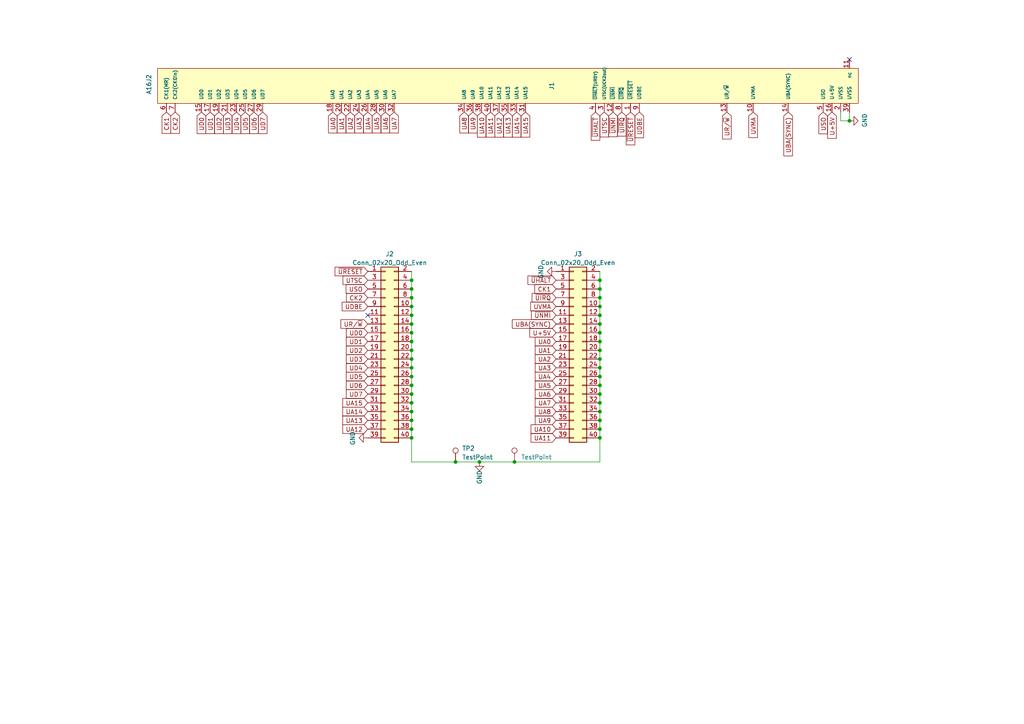
<source format=kicad_sch>
(kicad_sch (version 20231120) (generator "eeschema") (generator_version "8.0")
  (paper "A4")
  (lib_symbols
    (symbol "Connector:TestPoint" (pin_numbers hide) (pin_names (offset 0.762) hide)
      (property "Reference" "TP" (at 0 6.858 0))
      (property "Value" "TestPoint" (at 0 5.08 0))
      (symbol "TestPoint_0_1"
        (circle (center 0 3.302) (radius 0.762))
      )
      (symbol "TestPoint_1_1"
        (pin passive line (at 0 0 90) (length 2.54) (name "1") (number "1"))
      )
    )
    (symbol "Connector_Generic:Conn_02x20_Odd_Even" (pin_names (offset 1.016) hide)
      (property "Reference" "J" (at 1.27 25.4 0))
      (property "Value" "Conn_02x20_Odd_Even" (at 1.27 -27.94 0))
      (symbol "Conn_02x20_Odd_Even_1_1"
        (rectangle (start -1.27 -25.273) (end 0 -25.527) (stroke (width 0.1524)))
        (rectangle (start -1.27 -22.733) (end 0 -22.987) (stroke (width 0.1524)))
        (rectangle (start -1.27 -20.193) (end 0 -20.447) (stroke (width 0.1524)))
        (rectangle (start -1.27 -17.653) (end 0 -17.907) (stroke (width 0.1524)))
        (rectangle (start -1.27 -15.113) (end 0 -15.367) (stroke (width 0.1524)))
        (rectangle (start -1.27 -12.573) (end 0 -12.827) (stroke (width 0.1524)))
        (rectangle (start -1.27 -10.033) (end 0 -10.287) (stroke (width 0.1524)))
        (rectangle (start -1.27 -7.493) (end 0 -7.747) (stroke (width 0.1524)))
        (rectangle (start -1.27 -4.953) (end 0 -5.207) (stroke (width 0.1524)))
        (rectangle (start -1.27 -2.413) (end 0 -2.667) (stroke (width 0.1524)))
        (rectangle (start -1.27 0.127) (end 0 -0.127) (stroke (width 0.1524)))
        (rectangle (start -1.27 2.667) (end 0 2.413) (stroke (width 0.1524)))
        (rectangle (start -1.27 5.207) (end 0 4.953) (stroke (width 0.1524)))
        (rectangle (start -1.27 7.747) (end 0 7.493) (stroke (width 0.1524)))
        (rectangle (start -1.27 10.287) (end 0 10.033) (stroke (width 0.1524)))
        (rectangle (start -1.27 12.827) (end 0 12.573) (stroke (width 0.1524)))
        (rectangle (start -1.27 15.367) (end 0 15.113) (stroke (width 0.1524)))
        (rectangle (start -1.27 17.907) (end 0 17.653) (stroke (width 0.1524)))
        (rectangle (start -1.27 20.447) (end 0 20.193) (stroke (width 0.1524)))
        (rectangle (start -1.27 22.987) (end 0 22.733) (stroke (width 0.1524)))
        (rectangle (start -1.27 24.13) (end 3.81 -26.67) (stroke (width 0.254)) (fill (type background)))
        (rectangle (start 3.81 -25.273) (end 2.54 -25.527) (stroke (width 0.1524)))
        (rectangle (start 3.81 -22.733) (end 2.54 -22.987) (stroke (width 0.1524)))
        (rectangle (start 3.81 -20.193) (end 2.54 -20.447) (stroke (width 0.1524)))
        (rectangle (start 3.81 -17.653) (end 2.54 -17.907) (stroke (width 0.1524)))
        (rectangle (start 3.81 -15.113) (end 2.54 -15.367) (stroke (width 0.1524)))
        (rectangle (start 3.81 -12.573) (end 2.54 -12.827) (stroke (width 0.1524)))
        (rectangle (start 3.81 -10.033) (end 2.54 -10.287) (stroke (width 0.1524)))
        (rectangle (start 3.81 -7.493) (end 2.54 -7.747) (stroke (width 0.1524)))
        (rectangle (start 3.81 -4.953) (end 2.54 -5.207) (stroke (width 0.1524)))
        (rectangle (start 3.81 -2.413) (end 2.54 -2.667) (stroke (width 0.1524)))
        (rectangle (start 3.81 0.127) (end 2.54 -0.127) (stroke (width 0.1524)))
        (rectangle (start 3.81 2.667) (end 2.54 2.413) (stroke (width 0.1524)))
        (rectangle (start 3.81 5.207) (end 2.54 4.953) (stroke (width 0.1524)))
        (rectangle (start 3.81 7.747) (end 2.54 7.493) (stroke (width 0.1524)))
        (rectangle (start 3.81 10.287) (end 2.54 10.033) (stroke (width 0.1524)))
        (rectangle (start 3.81 12.827) (end 2.54 12.573) (stroke (width 0.1524)))
        (rectangle (start 3.81 15.367) (end 2.54 15.113) (stroke (width 0.1524)))
        (rectangle (start 3.81 17.907) (end 2.54 17.653) (stroke (width 0.1524)))
        (rectangle (start 3.81 20.447) (end 2.54 20.193) (stroke (width 0.1524)))
        (rectangle (start 3.81 22.987) (end 2.54 22.733) (stroke (width 0.1524)))
        (pin passive line (at -5.08 22.86 0) (length 3.81) (name "Pin_1") (number "1"))
        (pin passive line (at 7.62 12.7 180) (length 3.81) (name "Pin_10") (number "10"))
        (pin passive line (at -5.08 10.16 0) (length 3.81) (name "Pin_11") (number "11"))
        (pin passive line (at 7.62 10.16 180) (length 3.81) (name "Pin_12") (number "12"))
        (pin passive line (at -5.08 7.62 0) (length 3.81) (name "Pin_13") (number "13"))
        (pin passive line (at 7.62 7.62 180) (length 3.81) (name "Pin_14") (number "14"))
        (pin passive line (at -5.08 5.08 0) (length 3.81) (name "Pin_15") (number "15"))
        (pin passive line (at 7.62 5.08 180) (length 3.81) (name "Pin_16") (number "16"))
        (pin passive line (at -5.08 2.54 0) (length 3.81) (name "Pin_17") (number "17"))
        (pin passive line (at 7.62 2.54 180) (length 3.81) (name "Pin_18") (number "18"))
        (pin passive line (at -5.08 0 0) (length 3.81) (name "Pin_19") (number "19"))
        (pin passive line (at 7.62 22.86 180) (length 3.81) (name "Pin_2") (number "2"))
        (pin passive line (at 7.62 0 180) (length 3.81) (name "Pin_20") (number "20"))
        (pin passive line (at -5.08 -2.54 0) (length 3.81) (name "Pin_21") (number "21"))
        (pin passive line (at 7.62 -2.54 180) (length 3.81) (name "Pin_22") (number "22"))
        (pin passive line (at -5.08 -5.08 0) (length 3.81) (name "Pin_23") (number "23"))
        (pin passive line (at 7.62 -5.08 180) (length 3.81) (name "Pin_24") (number "24"))
        (pin passive line (at -5.08 -7.62 0) (length 3.81) (name "Pin_25") (number "25"))
        (pin passive line (at 7.62 -7.62 180) (length 3.81) (name "Pin_26") (number "26"))
        (pin passive line (at -5.08 -10.16 0) (length 3.81) (name "Pin_27") (number "27"))
        (pin passive line (at 7.62 -10.16 180) (length 3.81) (name "Pin_28") (number "28"))
        (pin passive line (at -5.08 -12.7 0) (length 3.81) (name "Pin_29") (number "29"))
        (pin passive line (at -5.08 20.32 0) (length 3.81) (name "Pin_3") (number "3"))
        (pin passive line (at 7.62 -12.7 180) (length 3.81) (name "Pin_30") (number "30"))
        (pin passive line (at -5.08 -15.24 0) (length 3.81) (name "Pin_31") (number "31"))
        (pin passive line (at 7.62 -15.24 180) (length 3.81) (name "Pin_32") (number "32"))
        (pin passive line (at -5.08 -17.78 0) (length 3.81) (name "Pin_33") (number "33"))
        (pin passive line (at 7.62 -17.78 180) (length 3.81) (name "Pin_34") (number "34"))
        (pin passive line (at -5.08 -20.32 0) (length 3.81) (name "Pin_35") (number "35"))
        (pin passive line (at 7.62 -20.32 180) (length 3.81) (name "Pin_36") (number "36"))
        (pin passive line (at -5.08 -22.86 0) (length 3.81) (name "Pin_37") (number "37"))
        (pin passive line (at 7.62 -22.86 180) (length 3.81) (name "Pin_38") (number "38"))
        (pin passive line (at -5.08 -25.4 0) (length 3.81) (name "Pin_39") (number "39"))
        (pin passive line (at 7.62 20.32 180) (length 3.81) (name "Pin_4") (number "4"))
        (pin passive line (at 7.62 -25.4 180) (length 3.81) (name "Pin_40") (number "40"))
        (pin passive line (at -5.08 17.78 0) (length 3.81) (name "Pin_5") (number "5"))
        (pin passive line (at 7.62 17.78 180) (length 3.81) (name "Pin_6") (number "6"))
        (pin passive line (at -5.08 15.24 0) (length 3.81) (name "Pin_7") (number "7"))
        (pin passive line (at 7.62 15.24 180) (length 3.81) (name "Pin_8") (number "8"))
        (pin passive line (at -5.08 12.7 0) (length 3.81) (name "Pin_9") (number "9"))
      )
    )
    (symbol "InterfacePCB-rescue:A16J2-Fluke_6502POD" (pin_names (offset 1.016))
      (property "Reference" "J" (at 1.27 0 0))
      (property "Value" "A16J2-Fluke_6502POD" (at 0 88.9 0))
      (symbol "A16J2-Fluke_6502POD_0_1"
        (rectangle (start -5.08 86.36) (end 5.08 -116.84) (fill (type background)))
      )
      (symbol "A16J2-Fluke_6502POD_1_1"
        (pin bidirectional line (at -7.62 -50.8 0) (length 2.54) (name "~{URESET}") (number "1"))
        (pin bidirectional line (at -7.62 -86.36 0) (length 2.54) (name "UVMA") (number "10"))
        (pin bidirectional line (at 7.62 -114.3 180) (length 2.54) (name "nc") (number "11"))
        (pin bidirectional line (at -7.62 -45.72 0) (length 2.54) (name "~{UNMI}") (number "12"))
        (pin bidirectional line (at -7.62 -78.74 0) (length 2.54) (name "UR/~{W}") (number "13"))
        (pin bidirectional line (at -7.62 -96.52 0) (length 2.54) (name "UBA(SYNC)") (number "14"))
        (pin bidirectional line (at -7.62 73.66 0) (length 2.54) (name "UD0") (number "15"))
        (pin bidirectional line (at -7.62 -109.22 0) (length 2.54) (name "U+5V") (number "16"))
        (pin bidirectional line (at -7.62 71.12 0) (length 2.54) (name "UD1") (number "17"))
        (pin bidirectional line (at -7.62 35.56 0) (length 2.54) (name "UA0") (number "18"))
        (pin bidirectional line (at -7.62 68.58 0) (length 2.54) (name "UD2") (number "19"))
        (pin bidirectional line (at -7.62 -111.76 0) (length 2.54) (name "UVSS") (number "2"))
        (pin bidirectional line (at -7.62 33.02 0) (length 2.54) (name "UA1") (number "20"))
        (pin bidirectional line (at -7.62 66.04 0) (length 2.54) (name "UD3") (number "21"))
        (pin bidirectional line (at -7.62 30.48 0) (length 2.54) (name "UA2") (number "22"))
        (pin bidirectional line (at -7.62 63.5 0) (length 2.54) (name "UD4") (number "23"))
        (pin bidirectional line (at -7.62 27.94 0) (length 2.54) (name "UA3") (number "24"))
        (pin bidirectional line (at -7.62 60.96 0) (length 2.54) (name "UD5") (number "25"))
        (pin bidirectional line (at -7.62 25.4 0) (length 2.54) (name "UA4") (number "26"))
        (pin bidirectional line (at -7.62 58.42 0) (length 2.54) (name "UD6") (number "27"))
        (pin bidirectional line (at -7.62 22.86 0) (length 2.54) (name "UA5") (number "28"))
        (pin bidirectional line (at -7.62 55.88 0) (length 2.54) (name "UD7") (number "29"))
        (pin bidirectional line (at -7.62 -43.18 0) (length 2.54) (name "UTSC(UCK2out)") (number "3"))
        (pin bidirectional line (at -7.62 20.32 0) (length 2.54) (name "UA6") (number "30"))
        (pin bidirectional line (at -7.62 -20.32 0) (length 2.54) (name "UA15") (number "31"))
        (pin bidirectional line (at -7.62 17.78 0) (length 2.54) (name "UA7") (number "32"))
        (pin bidirectional line (at -7.62 -17.78 0) (length 2.54) (name "UA14") (number "33"))
        (pin bidirectional line (at -7.62 -2.54 0) (length 2.54) (name "UA8") (number "34"))
        (pin bidirectional line (at -7.62 -15.24 0) (length 2.54) (name "UA13") (number "35"))
        (pin bidirectional line (at -7.62 -5.08 0) (length 2.54) (name "UA9") (number "36"))
        (pin bidirectional line (at -7.62 -12.7 0) (length 2.54) (name "UA12") (number "37"))
        (pin bidirectional line (at -7.62 -7.62 0) (length 2.54) (name "UA10") (number "38"))
        (pin bidirectional line (at -7.62 -114.3 0) (length 2.54) (name "UVSS") (number "39"))
        (pin bidirectional line (at -7.62 -40.64 0) (length 2.54) (name "~{UHALT}(URDY)") (number "4"))
        (pin bidirectional line (at -7.62 -10.16 0) (length 2.54) (name "UA11") (number "40"))
        (pin bidirectional line (at -7.62 -106.68 0) (length 2.54) (name "USO") (number "5"))
        (pin bidirectional line (at -7.62 83.82 0) (length 2.54) (name "CK1(MR)") (number "6"))
        (pin bidirectional line (at -7.62 81.28 0) (length 2.54) (name "CK2(CK0in)") (number "7"))
        (pin bidirectional line (at -7.62 -48.26 0) (length 2.54) (name "~{UIRQ}") (number "8"))
        (pin bidirectional line (at -7.62 -53.34 0) (length 2.54) (name "UDBE") (number "9"))
      )
    )
    (symbol "InterfacePCB-rescue:GND-power" (power) (pin_names (offset 0))
      (property "Value" "power_GND" (at 0 -3.81 0))
      (symbol "GND-power_0_1"
        (polyline (pts (xy 0 0) (xy 0 -1.27) (xy 1.27 -1.27) (xy 0 -2.54) (xy -1.27 -1.27) (xy 0 -1.27)))
      )
      (symbol "GND-power_1_1"
        (pin power_in line (at 0 0 270) (length 0) hide (name "GND") (number "1"))
      )
    )
    (symbol "power:GND" (power) (pin_names (offset 0))
      (property "Value" "GND" (at 0 -3.81 0))
      (symbol "GND_0_1"
        (polyline (pts (xy 0 0) (xy 0 -1.27) (xy 1.27 -1.27) (xy 0 -2.54) (xy -1.27 -1.27) (xy 0 -1.27)))
      )
      (symbol "GND_1_1"
        (pin power_in line (at 0 0 270) (length 0) hide (name "GND") (number "1"))
      )
    )
  )
  (junction (at 173.99 121.92))
  (junction (at 173.99 106.68))
  (junction (at 119.38 127))
  (junction (at 173.99 111.76))
  (junction (at 139.065 133.985))
  (junction (at 173.99 93.98))
  (junction (at 173.99 119.38))
  (junction (at 173.99 127))
  (junction (at 173.99 81.28))
  (junction (at 119.38 106.68))
  (junction (at 173.99 88.9))
  (junction (at 119.38 104.14))
  (junction (at 246.38 35.052))
  (junction (at 173.99 101.6))
  (junction (at 119.38 96.52))
  (junction (at 173.99 124.46))
  (junction (at 119.38 116.84))
  (junction (at 149.225 133.985))
  (junction (at 173.99 99.06))
  (junction (at 173.99 116.84))
  (junction (at 119.38 111.76))
  (junction (at 173.99 109.22))
  (junction (at 119.38 93.98))
  (junction (at 173.99 114.3))
  (junction (at 119.38 81.28))
  (junction (at 173.99 86.36))
  (junction (at 119.38 109.22))
  (junction (at 132.127 133.985))
  (junction (at 119.38 88.9))
  (junction (at 173.99 91.44))
  (junction (at 173.99 104.14))
  (junction (at 119.38 99.06))
  (junction (at 119.38 119.38))
  (junction (at 119.38 86.36))
  (junction (at 173.99 96.52))
  (junction (at 119.38 91.44))
  (junction (at 173.99 83.82))
  (junction (at 119.38 101.6))
  (junction (at 119.38 124.46))
  (junction (at 119.38 114.3))
  (junction (at 119.38 121.92))
  (junction (at 119.38 83.82))
  (no_connect (at 246.38 17.272))
  (no_connect (at 106.68 91.44))
  (wire (pts (xy 173.99 111.76) (xy 173.99 109.22)))
  (wire (pts (xy 173.99 83.82) (xy 173.99 81.28)))
  (wire (pts (xy 119.38 114.3) (xy 119.38 116.84)))
  (wire (pts (xy 173.99 104.14) (xy 173.99 101.6)))
  (wire (pts (xy 173.99 99.06) (xy 173.99 96.52)))
  (wire (pts (xy 119.38 86.36) (xy 119.38 88.9)))
  (wire (pts (xy 119.38 91.44) (xy 119.38 93.98)))
  (wire (pts (xy 119.38 116.84) (xy 119.38 119.38)))
  (wire (pts (xy 173.99 114.3) (xy 173.99 111.76)))
  (wire (pts (xy 173.99 121.92) (xy 173.99 119.38)))
  (wire (pts (xy 243.84 32.512) (xy 243.84 35.052)))
  (wire (pts (xy 173.99 101.6) (xy 173.99 99.06)))
  (wire (pts (xy 173.99 88.9) (xy 173.99 86.36)))
  (wire (pts (xy 119.38 88.9) (xy 119.38 91.44)))
  (wire (pts (xy 173.99 91.44) (xy 173.99 88.9)))
  (wire (pts (xy 119.38 127) (xy 119.38 133.985)))
  (wire (pts (xy 173.99 96.52) (xy 173.99 93.98)))
  (wire (pts (xy 243.84 35.052) (xy 246.38 35.052)))
  (wire (pts (xy 173.99 133.985) (xy 173.99 127)))
  (wire (pts (xy 173.99 119.38) (xy 173.99 116.84)))
  (wire (pts (xy 173.99 109.22) (xy 173.99 106.68)))
  (wire (pts (xy 119.38 96.52) (xy 119.38 99.06)))
  (wire (pts (xy 119.38 109.22) (xy 119.38 111.76)))
  (wire (pts (xy 119.38 81.28) (xy 119.38 83.82)))
  (wire (pts (xy 173.99 106.68) (xy 173.99 104.14)))
  (wire (pts (xy 119.38 104.14) (xy 119.38 106.68)))
  (wire (pts (xy 119.38 99.06) (xy 119.38 101.6)))
  (wire (pts (xy 149.225 133.985) (xy 173.99 133.985)))
  (wire (pts (xy 119.38 106.68) (xy 119.38 109.22)))
  (wire (pts (xy 119.38 119.38) (xy 119.38 121.92)))
  (wire (pts (xy 119.38 83.82) (xy 119.38 86.36)))
  (wire (pts (xy 119.38 93.98) (xy 119.38 96.52)))
  (wire (pts (xy 139.065 133.985) (xy 149.225 133.985)))
  (wire (pts (xy 119.38 133.985) (xy 132.127 133.985)))
  (wire (pts (xy 173.99 86.36) (xy 173.99 83.82)))
  (wire (pts (xy 119.38 124.46) (xy 119.38 127)))
  (wire (pts (xy 173.99 93.98) (xy 173.99 91.44)))
  (wire (pts (xy 119.38 78.74) (xy 119.38 81.28)))
  (wire (pts (xy 119.38 101.6) (xy 119.38 104.14)))
  (wire (pts (xy 173.99 81.28) (xy 173.99 78.74)))
  (wire (pts (xy 173.99 124.46) (xy 173.99 121.92)))
  (wire (pts (xy 132.127 133.985) (xy 139.065 133.985)))
  (wire (pts (xy 119.38 111.76) (xy 119.38 114.3)))
  (wire (pts (xy 246.38 35.052) (xy 246.38 32.512)))
  (wire (pts (xy 173.99 127) (xy 173.99 124.46)))
  (wire (pts (xy 119.38 121.92) (xy 119.38 124.46)))
  (wire (pts (xy 173.99 116.84) (xy 173.99 114.3)))
  (global_label "UR{slash}~{W}" (shape input) (at 210.82 32.512 270) (property "Intersheetrefs" "${INTERSHEET_REFS}" (effects (hide yes))))
  (global_label "UA12" (shape input) (at 106.68 124.46 180) (property "Intersheetrefs" "${INTERSHEET_REFS}" (effects (hide yes))))
  (global_label "UA9" (shape input) (at 137.16 32.512 270) (property "Intersheetrefs" "${INTERSHEET_REFS}" (effects (hide yes))))
  (global_label "UA6" (shape input) (at 161.29 114.3 180) (property "Intersheetrefs" "${INTERSHEET_REFS}" (effects (hide yes))))
  (global_label "UA9" (shape input) (at 161.29 121.92 180) (property "Intersheetrefs" "${INTERSHEET_REFS}" (effects (hide yes))))
  (global_label "UVMA" (shape input) (at 161.29 88.9 180) (property "Intersheetrefs" "${INTERSHEET_REFS}" (effects (hide yes))))
  (global_label "UA1" (shape input) (at 99.06 32.512 270) (property "Intersheetrefs" "${INTERSHEET_REFS}" (effects (hide yes))))
  (global_label "UTSC" (shape input) (at 175.26 32.512 270) (property "Intersheetrefs" "${INTERSHEET_REFS}" (effects (hide yes))))
  (global_label "UD6" (shape input) (at 106.68 111.76 180) (property "Intersheetrefs" "${INTERSHEET_REFS}" (effects (hide yes))))
  (global_label "UA11" (shape input) (at 161.29 127 180) (property "Intersheetrefs" "${INTERSHEET_REFS}" (effects (hide yes))))
  (global_label "UA3" (shape input) (at 161.29 106.68 180) (property "Intersheetrefs" "${INTERSHEET_REFS}" (effects (hide yes))))
  (global_label "UA8" (shape input) (at 134.62 32.512 270) (property "Intersheetrefs" "${INTERSHEET_REFS}" (effects (hide yes))))
  (global_label "UVMA" (shape input) (at 218.44 32.512 270) (property "Intersheetrefs" "${INTERSHEET_REFS}" (effects (hide yes))))
  (global_label "UD5" (shape input) (at 71.12 32.512 270) (property "Intersheetrefs" "${INTERSHEET_REFS}" (effects (hide yes))))
  (global_label "~{URESET}" (shape input) (at 182.88 32.512 270) (property "Intersheetrefs" "${INTERSHEET_REFS}" (effects (hide yes))))
  (global_label "UA14" (shape input) (at 149.86 32.512 270) (property "Intersheetrefs" "${INTERSHEET_REFS}" (effects (hide yes))))
  (global_label "UD3" (shape input) (at 66.04 32.512 270) (property "Intersheetrefs" "${INTERSHEET_REFS}" (effects (hide yes))))
  (global_label "UD4" (shape input) (at 106.68 106.68 180) (property "Intersheetrefs" "${INTERSHEET_REFS}" (effects (hide yes))))
  (global_label "UA0" (shape input) (at 161.29 99.06 180) (property "Intersheetrefs" "${INTERSHEET_REFS}" (effects (hide yes))))
  (global_label "UD7" (shape input) (at 76.2 32.512 270) (property "Intersheetrefs" "${INTERSHEET_REFS}" (effects (hide yes))))
  (global_label "UD5" (shape input) (at 106.68 109.22 180) (property "Intersheetrefs" "${INTERSHEET_REFS}" (effects (hide yes))))
  (global_label "UA10" (shape input) (at 161.29 124.46 180) (property "Intersheetrefs" "${INTERSHEET_REFS}" (effects (hide yes))))
  (global_label "UA14" (shape input) (at 106.68 119.38 180) (property "Intersheetrefs" "${INTERSHEET_REFS}" (effects (hide yes))))
  (global_label "U+5V" (shape input) (at 241.3 32.512 270) (property "Intersheetrefs" "${INTERSHEET_REFS}" (effects (hide yes))))
  (global_label "UA0" (shape input) (at 96.52 32.512 270) (property "Intersheetrefs" "${INTERSHEET_REFS}" (effects (hide yes))))
  (global_label "UA15" (shape input) (at 106.68 116.84 180) (property "Intersheetrefs" "${INTERSHEET_REFS}" (effects (hide yes))))
  (global_label "UA10" (shape input) (at 139.7 32.512 270) (property "Intersheetrefs" "${INTERSHEET_REFS}" (effects (hide yes))))
  (global_label "UA5" (shape input) (at 161.29 111.76 180) (property "Intersheetrefs" "${INTERSHEET_REFS}" (effects (hide yes))))
  (global_label "~{UIRQ}" (shape input) (at 161.29 86.36 180) (property "Intersheetrefs" "${INTERSHEET_REFS}" (effects (hide yes))))
  (global_label "UA2" (shape input) (at 101.6 32.512 270) (property "Intersheetrefs" "${INTERSHEET_REFS}" (effects (hide yes))))
  (global_label "UA13" (shape input) (at 106.68 121.92 180) (property "Intersheetrefs" "${INTERSHEET_REFS}" (effects (hide yes))))
  (global_label "UD0" (shape input) (at 58.42 32.512 270) (property "Intersheetrefs" "${INTERSHEET_REFS}" (effects (hide yes))))
  (global_label "UD1" (shape input) (at 60.96 32.512 270) (property "Intersheetrefs" "${INTERSHEET_REFS}" (effects (hide yes))))
  (global_label "UA7" (shape input) (at 161.29 116.84 180) (property "Intersheetrefs" "${INTERSHEET_REFS}" (effects (hide yes))))
  (global_label "CK1" (shape input) (at 161.29 83.82 180) (property "Intersheetrefs" "${INTERSHEET_REFS}" (effects (hide yes))))
  (global_label "UA4" (shape input) (at 161.29 109.22 180) (property "Intersheetrefs" "${INTERSHEET_REFS}" (effects (hide yes))))
  (global_label "UA12" (shape input) (at 144.78 32.512 270) (property "Intersheetrefs" "${INTERSHEET_REFS}" (effects (hide yes))))
  (global_label "UR{slash}~{W}" (shape input) (at 106.68 93.98 180) (property "Intersheetrefs" "${INTERSHEET_REFS}" (effects (hide yes))))
  (global_label "UA11" (shape input) (at 142.24 32.512 270) (property "Intersheetrefs" "${INTERSHEET_REFS}" (effects (hide yes))))
  (global_label "UD4" (shape input) (at 68.58 32.512 270) (property "Intersheetrefs" "${INTERSHEET_REFS}" (effects (hide yes))))
  (global_label "~{UHALT}" (shape input) (at 161.29 81.28 180) (property "Intersheetrefs" "${INTERSHEET_REFS}" (effects (hide yes))))
  (global_label "USO" (shape input) (at 106.68 83.82 180) (property "Intersheetrefs" "${INTERSHEET_REFS}" (effects (hide yes))))
  (global_label "UA8" (shape input) (at 161.29 119.38 180) (property "Intersheetrefs" "${INTERSHEET_REFS}" (effects (hide yes))))
  (global_label "UD0" (shape input) (at 106.68 96.52 180) (property "Intersheetrefs" "${INTERSHEET_REFS}" (effects (hide yes))))
  (global_label "~{URESET}" (shape input) (at 106.68 78.74 180) (property "Intersheetrefs" "${INTERSHEET_REFS}" (effects (hide yes))))
  (global_label "CK2" (shape input) (at 50.8 32.512 270) (property "Intersheetrefs" "${INTERSHEET_REFS}" (effects (hide yes))))
  (global_label "USO" (shape input) (at 238.76 32.512 270) (property "Intersheetrefs" "${INTERSHEET_REFS}" (effects (hide yes))))
  (global_label "UA2" (shape input) (at 161.29 104.14 180) (property "Intersheetrefs" "${INTERSHEET_REFS}" (effects (hide yes))))
  (global_label "UA13" (shape input) (at 147.32 32.512 270) (property "Intersheetrefs" "${INTERSHEET_REFS}" (effects (hide yes))))
  (global_label "CK2" (shape input) (at 106.68 86.36 180) (property "Intersheetrefs" "${INTERSHEET_REFS}" (effects (hide yes))))
  (global_label "~{UNMI}" (shape input) (at 161.29 91.44 180) (property "Intersheetrefs" "${INTERSHEET_REFS}" (effects (hide yes))))
  (global_label "UA3" (shape input) (at 104.14 32.512 270) (property "Intersheetrefs" "${INTERSHEET_REFS}" (effects (hide yes))))
  (global_label "UTSC" (shape input) (at 106.68 81.28 180) (property "Intersheetrefs" "${INTERSHEET_REFS}" (effects (hide yes))))
  (global_label "UA5" (shape input) (at 109.22 32.512 270) (property "Intersheetrefs" "${INTERSHEET_REFS}" (effects (hide yes))))
  (global_label "UBA(SYNC)" (shape input) (at 161.29 93.98 180) (property "Intersheetrefs" "${INTERSHEET_REFS}" (effects (hide yes))))
  (global_label "UD3" (shape input) (at 106.68 104.14 180) (property "Intersheetrefs" "${INTERSHEET_REFS}" (effects (hide yes))))
  (global_label "~{UHALT}" (shape input) (at 172.72 32.512 270) (property "Intersheetrefs" "${INTERSHEET_REFS}" (effects (hide yes))))
  (global_label "UA7" (shape input) (at 114.3 32.512 270) (property "Intersheetrefs" "${INTERSHEET_REFS}" (effects (hide yes))))
  (global_label "UD1" (shape input) (at 106.68 99.06 180) (property "Intersheetrefs" "${INTERSHEET_REFS}" (effects (hide yes))))
  (global_label "U+5V" (shape input) (at 161.29 96.52 180) (property "Intersheetrefs" "${INTERSHEET_REFS}" (effects (hide yes))))
  (global_label "UA1" (shape input) (at 161.29 101.6 180) (property "Intersheetrefs" "${INTERSHEET_REFS}" (effects (hide yes))))
  (global_label "~{UIRQ}" (shape input) (at 180.34 32.512 270) (property "Intersheetrefs" "${INTERSHEET_REFS}" (effects (hide yes))))
  (global_label "~{UNMI}" (shape input) (at 177.8 32.512 270) (property "Intersheetrefs" "${INTERSHEET_REFS}" (effects (hide yes))))
  (global_label "UDBE" (shape input) (at 106.68 88.9 180) (property "Intersheetrefs" "${INTERSHEET_REFS}" (effects (hide yes))))
  (global_label "UA4" (shape input) (at 106.68 32.512 270) (property "Intersheetrefs" "${INTERSHEET_REFS}" (effects (hide yes))))
  (global_label "UD2" (shape input) (at 63.5 32.512 270) (property "Intersheetrefs" "${INTERSHEET_REFS}" (effects (hide yes))))
  (global_label "UD2" (shape input) (at 106.68 101.6 180) (property "Intersheetrefs" "${INTERSHEET_REFS}" (effects (hide yes))))
  (global_label "UA6" (shape input) (at 111.76 32.512 270) (property "Intersheetrefs" "${INTERSHEET_REFS}" (effects (hide yes))))
  (global_label "UD6" (shape input) (at 73.66 32.512 270) (property "Intersheetrefs" "${INTERSHEET_REFS}" (effects (hide yes))))
  (global_label "UDBE" (shape input) (at 185.42 32.512 270) (property "Intersheetrefs" "${INTERSHEET_REFS}" (effects (hide yes))))
  (global_label "UA15" (shape input) (at 152.4 32.512 270) (property "Intersheetrefs" "${INTERSHEET_REFS}" (effects (hide yes))))
  (global_label "UBA(SYNC)" (shape input) (at 228.6 32.512 270) (property "Intersheetrefs" "${INTERSHEET_REFS}" (effects (hide yes))))
  (global_label "CK1" (shape input) (at 48.26 32.512 270) (property "Intersheetrefs" "${INTERSHEET_REFS}" (effects (hide yes))))
  (global_label "UD7" (shape input) (at 106.68 114.3 180) (property "Intersheetrefs" "${INTERSHEET_REFS}" (effects (hide yes))))
  (symbol (lib_id "power:GND") (at 139.065 133.985 0) (unit 1)
    (property "Reference" "#PWR03" (effects (hide yes)))
    (property "Value" "GND" (at 139.065 138.43 90))
  )
  (symbol (lib_id "Connector_Generic:Conn_02x20_Odd_Even") (at 111.76 101.6 0) (unit 1)
    (property "Reference" "J2" (at 113.03 73.66 0))
    (property "Value" "Conn_02x20_Odd_Even" (at 113.03 76.2 0))
    (property "Footprint" "Connector_PinHeader_2.54mm:PinHeader_2x20_P2.54mm_Vertical" (effects (hide yes)))
  )
  (symbol (lib_id "InterfacePCB-rescue:GND-power") (at 246.38 35.052 90) (unit 1)
    (property "Reference" "#PWR01" (effects (hide yes)))
    (property "Value" "GND" (at 250.7742 34.925 0))
  )
  (symbol (lib_id "InterfacePCB-rescue:GND-power") (at 106.68 127 270) (unit 1)
    (property "Reference" "#PWR04" (effects (hide yes)))
    (property "Value" "GND" (at 102.2858 127.127 0))
  )
  (symbol (lib_id "Connector_Generic:Conn_02x20_Odd_Even") (at 166.37 101.6 0) (unit 1)
    (property "Reference" "J3" (at 167.64 73.66 0))
    (property "Value" "Conn_02x20_Odd_Even" (at 167.64 76.2 0))
    (property "Footprint" "Connector_PinHeader_2.54mm:PinHeader_2x20_P2.54mm_Vertical" (effects (hide yes)))
  )
  (symbol (lib_id "Connector:TestPoint") (at 132.127 133.985 0) (unit 1)
    (property "Reference" "TP2" (at 134.032 130.048 0) (effects (justify left)))
    (property "Value" "TestPoint" (at 134.032 132.588 0) (effects (justify left)))
    (property "Footprint" "Connector_PinHeader_1.00mm:PinHeader_1x01_P1.00mm_Vertical" (effects (hide yes)))
  )
  (symbol (lib_id "Connector:TestPoint") (at 149.225 133.985 0) (unit 1)
    (property "Reference" "TP1" (effects (hide yes)))
    (property "Value" "TestPoint" (at 151.13 132.588 0) (effects (justify left)))
    (property "Footprint" "Connector_PinHeader_1.00mm:PinHeader_1x01_P1.00mm_Vertical" (effects (hide yes)))
  )
  (symbol (lib_id "InterfacePCB-rescue:A16J2-Fluke_6502POD") (at 132.08 24.892 90) (unit 1)
    (property "Reference" "J1" (at 160.02 26.162 0) (effects (justify left)))
    (property "Value" "A16J2" (at 43.18 27.432 0) (effects (justify left)))
    (property "Footprint" "Connector_PinHeader_2.54mm:PinHeader_2x20_P2.54mm_Vertical" (effects (hide yes)))
  )
  (symbol (lib_id "InterfacePCB-rescue:GND-power") (at 161.29 78.74 270) (unit 1)
    (property "Reference" "#PWR02" (effects (hide yes)))
    (property "Value" "GND" (at 156.8958 78.867 0))
  )
)
</source>
